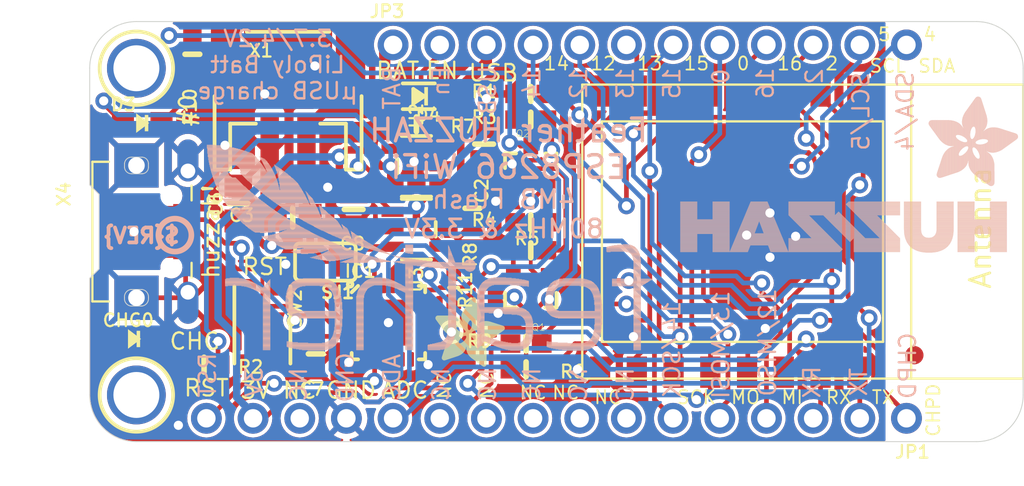
<source format=kicad_pcb>
(kicad_pcb (version 20221018) (generator pcbnew)
  (layers (0 "F.Cu" signal) (31 "B.Cu" signal) (34 "B.Paste" user) (35 "F.Paste" user) (36 "B.SilkS" user "B.Silkscreen") (37 "F.SilkS" user "F.Silkscreen") (38 "B.Mask" user) (39 "F.Mask" user) (44 "Edge.Cuts" user))
  (net 0 "")
  (net 1 "GND")
  (net 2 "VBUS")
  (net 3 "VBAT")
  (net 4 "N$1")
  (net 5 "N$3")
  (net 6 "N$4")
  (net 7 "3.3V")
  (net 8 "RESET")
  (net 9 "ADC")
  (net 10 "CH_PD")
  (net 11 "GPIO16")
  (net 12 "GPIO15")
  (net 13 "GPIO0")
  (net 14 "RXD")
  (net 15 "TXD")
  (net 16 "N$5")
  (net 17 "N$2")
  (net 18 "N$6")
  (net 19 "RTS")
  (net 20 "DTR")
  (net 21 "N$12")
  (net 22 "N$13")
  (net 23 "EN")
  (net 24 "GPIO5/SCL")
  (net 25 "GPIO4/SDA")
  (net 26 "GPIO2")
  (net 27 "GPIO14/SCK")
  (net 28 "GPIO13/MOSI")
  (net 29 "GPIO12/MISO")
  (net 30 "USB_RX")
  (net 31 "N$7")
  (net 32 "N$8")
  (footprint "working:BTN_KMR2_4.6X2.8" (layer "F.Cu") (at 132.4991 110.0836 -90)
    (fp_text reference "SW2")
    (fp_text value "KMR2")
  )
  (footprint "working:0603-NO" (layer "F.Cu") (at 143.9291 103.7336 -90)
    (fp_text reference "R8")
    (fp_text value "10K\\")
  )
  (footprint "working:ADAFRUIT_3.5MM" (layer "F.Cu") (at 141.8971 112.3696)
    (fp_text reference "U$15" hide)
    (fp_text value "" hide)
  )
  (footprint "working:MOUNTINGHOLE_2.5_PLATED" (layer "F.Cu") (at 125.6411 96.1136 -90)
    (fp_text reference "U$31" hide)
    (fp_text value "MOUNTINGHOLE2.5" hide)
  )
  (footprint "working:SOT23-5" (layer "F.Cu") (at 140.8811 101.4476 90)
    (fp_text reference "U2")
    (fp_text value "AP2112-3.3")
  )
  (footprint "working:SOT23-3" (layer "F.Cu") (at 147.1041 101.4476)
    (fp_text reference "Q2")
    (fp_text value "mmbt2222")
  )
  (footprint "working:SOT23-3" (layer "F.Cu") (at 147.1041 108.4326 180)
    (fp_text reference "Q1")
    (fp_text value "mmbt2222")
  )
  (footprint "working:0805-NO" (layer "F.Cu") (at 137.4671 103.7936 -90)
    (fp_text reference "C8")
    (fp_text value "10µF")
  )
  (footprint "working:0603-NO" (layer "F.Cu") (at 147.1041 98.9076 180)
    (fp_text reference "R3")
    (fp_text value "10K")
  )
  (footprint "working:0603-NO" (layer "F.Cu") (at 147.1041 97.5106 180)
    (fp_text reference "R1")
    (fp_text value "10K")
  )
  (footprint "working:FIDUCIAL_1MM" (layer "F.Cu") (at 133.8961 96.3676 -90)
    (fp_text reference "U$34" hide)
    (fp_text value "FIDUCIAL_1MM" hide)
  )
  (footprint "working:4UCONN_20329_V2" (layer "F.Cu") (at 127.5461 105.0036 -90)
    (fp_text reference "X4")
    (fp_text value "20329")
    (fp_line (start -4.05 2.15) (end -4.05 1.6) (stroke (width 0.05)) (layer "Edge.Cuts"))
    (fp_line (start -3.7 1.25) (end -3.5 1.25) (stroke (width 0.05)) (layer "Edge.Cuts"))
    (fp_line (start -3.5 2.55) (end -3.7 2.55) (stroke (width 0.05)) (layer "Edge.Cuts"))
    (fp_line (start -3.15 1.6) (end -3.15 2.15) (stroke (width 0.05)) (layer "Edge.Cuts"))
    (fp_line (start 3.15 2.2) (end 3.15 1.6) (stroke (width 0.05)) (layer "Edge.Cuts"))
    (fp_line (start 4.05 1.6) (end 4.05 2.2) (stroke (width 0.05)) (layer "Edge.Cuts"))
    (fp_arc (start -4.05 1.6) (mid -3.947487 1.352513) (end -3.7 1.25) (stroke (width 0.05)) (layer "Edge.Cuts"))
    (fp_arc (start -3.7 2.55) (mid -3.957843 2.422487) (end -4.05 2.15) (stroke (width 0.05)) (layer "Edge.Cuts"))
    (fp_arc (start -3.5 1.25) (mid -3.252513 1.352513) (end -3.15 1.6) (stroke (width 0.05)) (layer "Edge.Cuts"))
    (fp_arc (start -3.15 2.15) (mid -3.242157 2.422487) (end -3.5 2.55) (stroke (width 0.05)) (layer "Edge.Cuts"))
    (fp_arc (start 3.15 1.6) (mid 3.302513 1.331802) (end 3.6 1.25) (stroke (width 0.05)) (layer "Edge.Cuts"))
    (fp_arc (start 3.6 1.25) (mid 3.897487 1.331802) (end 4.05 1.6) (stroke (width 0.05)) (layer "Edge.Cuts"))
    (fp_arc (start 3.6 2.55) (mid 3.302513 2.468198) (end 3.15 2.2) (stroke (width 0.05)) (layer "Edge.Cuts"))
    (fp_arc (start 4.05 2.2) (mid 3.897487 2.468198) (end 3.6 2.55) (stroke (width 0.05)) (layer "Edge.Cuts"))
  )
  (footprint "working:SOLDERJUMPER_CLOSEDWIRE" (layer "F.Cu") (at 135.9281 106.6546 180)
    (fp_text reference "SJ1")
    (fp_text value "")
  )
  (footprint "working:0603-NO" (layer "F.Cu") (at 128.6891 95.3516 -90)
    (fp_text reference "R10")
    (fp_text value "1K")
  )
  (footprint "working:CHIPLED_0805_NOOUTLINE" (layer "F.Cu") (at 125.5141 110.8456 -90)
    (fp_text reference "CHG0")
    (fp_text value "ORANGE")
  )
  (footprint "working:0805-NO" (layer "F.Cu") (at 131.1891 103.4746 90)
    (fp_text reference "C6")
    (fp_text value "10µF")
  )
  (footprint "" (layer "F.Cu") (at 171.3611 95.4786)
    (fp_text reference "@HOLE1" hide)
    (fp_text value "")
  )
  (footprint "working:FIDUCIAL_1MM" (layer "F.Cu") (at 167.9793 111.7276 -90)
    (fp_text reference "U$35" hide)
    (fp_text value "FIDUCIAL_1MM" hide)
  )
  (footprint "working:CHIPLED_0805_NOOUTLINE" (layer "F.Cu") (at 125.9586 99.0981 -90)
    (fp_text reference "D3")
    (fp_text value "RED")
  )
  (footprint "working:0603-NO" (layer "F.Cu") (at 147.1041 106.0196)
    (fp_text reference "R5")
    (fp_text value "10K")
  )
  (footprint "working:1X16_ROUND" (layer "F.Cu") (at 148.5011 115.1636 180)
    (fp_text reference "JP1")
    (fp_text value "")
  )
  (footprint "" (layer "F.Cu") (at 171.3611 114.5921)
    (fp_text reference "@HOLE0" hide)
    (fp_text value "")
  )
  (footprint "working:_0603MP" (layer "F.Cu") (at 142.9131 108.0516 -90)
    (fp_text reference "R11")
    (fp_text value "1K")
  )
  (footprint "working:0603-NO" (layer "F.Cu") (at 140.8811 99.1616)
    (fp_text reference "R7")
    (fp_text value "10K")
  )
  (footprint "working:0603-NO" (layer "F.Cu") (at 147.1041 104.4956 180)
    (fp_text reference "R4")
    (fp_text value "10K")
  )
  (footprint "working:0603-NO" (layer "F.Cu") (at 129.3241 112.2426)
    (fp_text reference "R2")
    (fp_text value "1K")
  )
  (footprint "working:MOUNTINGHOLE_2.5_PLATED" (layer "F.Cu") (at 125.6411 113.8936 -90)
    (fp_text reference "U$32" hide)
    (fp_text value "MOUNTINGHOLE2.5" hide)
  )
  (footprint "working:SOT23-5" (layer "F.Cu") (at 140.8811 104.8766 -90)
    (fp_text reference "U3")
    (fp_text value "MCP73831T-2ACI/OT")
  )
  (footprint "working:QFN24_4MM_SMSC" (layer "F.Cu") (at 139.3571 109.9566)
    (fp_text reference "IC1")
    (fp_text value "CP2104")
  )
  (footprint "working:1X12_ROUND" (layer "F.Cu") (at 153.5811 94.8436)
    (fp_text reference "JP3")
    (fp_text value "")
  )
  (footprint "working:SOD-123" (layer "F.Cu") (at 141.0081 97.6376 180)
    (fp_text reference "D4")
    (fp_text value "MBR120")
  )
  (footprint "working:0603-NO" (layer "F.Cu") (at 135.4031 111.6586 -90)
    (fp_text reference "C7")
    (fp_text value "1uF")
  )
  (footprint "working:0603-NO" (layer "F.Cu") (at 146.8501 112.4966)
    (fp_text reference "R6")
    (fp_text value "4.7K")
  )
  (footprint "working:JSTPH2" (layer "F.Cu") (at 133.8961 97.1296)
    (fp_text reference "X1")
    (fp_text value "JSTPH")
  )
  (footprint "working:0805-NO" (layer "F.Cu") (at 134.1501 104.2416 180)
    (fp_text reference "C3")
    (fp_text value "10µF")
  )
  (footprint "working:ESP-12S" (layer "F.Cu") (at 159.1056 105.0036 -90)
    (fp_text reference "X2" hide)
    (fp_text value "ESP-12" hide)
  )
  (footprint "working:0603-NO" (layer "F.Cu") (at 146.8501 111.0996 180)
    (fp_text reference "R9")
    (fp_text value "10K")
  )
  (footprint "working:0805-NO" (layer "F.Cu") (at 144.5641 100.2411 -90)
    (fp_text reference "C2")
    (fp_text value "10uF")
  )
  (footprint "working:PCBFEAT-REV-040" (layer "B.Cu") (at 127.7366 105.1941 180)
    (fp_text reference "U$13" hide)
    (fp_text value "" hide)
  )
  (footprint "working:HUZZAHLOGO" (layer "B.Cu") (at 173.0121 106.1466 180)
    (fp_text reference "U$23" hide)
    (fp_text value "" hide)
  )
  (footprint "working:ADAFRUIT_5MM" (layer "B.Cu") (at 168.7576 102.5271 90)
    (fp_text reference "U$7" hide)
    (fp_text value "" hide)
  )
  (footprint "working:FEATHERLOGO" (layer "B.Cu") (at 153.7716 111.5441 180)
    (fp_text reference "U$9" hide)
    (fp_text value "" hide)
  )
  (gr_line (start 171.3611 93.5736) (end 125.6411 93.5736) (stroke (width 0.05)) (layer "Edge.Cuts"))
  (gr_line (start 123.1011 96.1136) (end 123.1011 102.4636) (stroke (width 0.05)) (layer "Edge.Cuts"))
  (gr_arc (start 173.9011 113.8936) (mid 173.157151 115.689651) (end 171.3611 116.4336) (stroke (width 0.05)) (layer "Edge.Cuts"))
  (gr_arc (start 125.6411 116.4336) (mid 123.845049 115.689651) (end 123.1011 113.8936) (stroke (width 0.05)) (layer "Edge.Cuts"))
  (gr_line (start 173.9011 113.8936) (end 173.9011 96.1136) (stroke (width 0.05)) (layer "Edge.Cuts"))
  (gr_line (start 123.1011 107.5436) (end 123.1011 113.8936) (stroke (width 0.05)) (layer "Edge.Cuts"))
  (gr_line (start 123.6091 102.9716) (end 123.6091 107.0356) (stroke (width 0.05)) (layer "Edge.Cuts"))
  (gr_line (start 125.6411 116.4336) (end 171.3611 116.4336) (stroke (width 0.05)) (layer "Edge.Cuts"))
  (gr_line (start 123.6091 107.0356) (end 123.1011 107.5436) (stroke (width 0.05)) (layer "Edge.Cuts"))
  (gr_arc (start 171.3611 93.5736) (mid 173.157151 94.317549) (end 173.9011 96.1136) (stroke (width 0.05)) (layer "Edge.Cuts"))
  (gr_line (start 123.1011 102.4636) (end 123.6091 102.9716) (stroke (width 0.05)) (layer "Edge.Cuts"))
  (gr_arc (start 123.1011 96.1136) (mid 123.845049 94.317549) (end 125.6411 93.5736) (stroke (width 0.05)) (layer "Edge.Cuts"))
  (gr_text "13/MOSI" (at 157.4546 111.1631 -270) (layer "B.SilkS") (effects (font (size 0.89408 0.89408) (thickness 0.12192)) (justify mirror)))
  (gr_text "En" (at 142.2146 96.8121 -270) (layer "B.SilkS") (effects (font (size 0.89408 0.89408) (thickness 0.12192)) (justify mirror)))
  (gr_text "Feather HUZZAH\nESP8266 WiFi" (at 145.8976 100.4951) (layer "B.SilkS") (effects (font (size 1.237488 1.237488) (thickness 0.184912)) (justify mirror)))
  (gr_text "13" (at 152.2476 96.9391 -270) (layer "B.SilkS") (effects (font (size 0.89408 0.89408) (thickness 0.12192)) (justify mirror)))
  (gr_text "GND" (at 137.0076 112.9411 -270) (layer "B.SilkS") (effects (font (size 0.89408 0.89408) (thickness 0.12192)) (justify mirror)))
  (gr_text "4MB Flash\n80MHz & 3.3V" (at 145.6436 104.0511) (layer "B.SilkS") (effects (font (size 0.99441 0.99441) (thickness 0.14859)) (justify mirror)))
  (gr_text "3.7/4.2V\nLiPoly Batt\nµUSB charge" (at 133.3246 95.9231) (layer "B.SilkS") (effects (font (size 0.88392 0.88392) (thickness 0.13208)) (justify mirror)))
  (gr_text "BAT" (at 139.5476 97.1931 -270) (layer "B.SilkS") (effects (font (size 0.89408 0.89408) (thickness 0.12192)) (justify mirror)))
  (gr_text "NC" (at 144.7546 113.3221 -270) (layer "B.SilkS") (effects (font (size 0.89408 0.89408) (thickness 0.12192)) (justify mirror)))
  (gr_text "NC" (at 149.7076 113.3221 -270) (layer "B.SilkS") (effects (font (size 0.89408 0.89408) (thickness 0.12192)) (justify mirror)))
  (gr_text "RST" (at 129.5146 112.8141 -270) (layer "B.SilkS") (effects (font (size 0.89408 0.89408) (thickness 0.12192)) (justify mirror)))
  (gr_text "NC" (at 142.2146 113.3221 -270) (layer "B.SilkS") (effects (font (size 0.89408 0.89408) (thickness 0.12192)) (justify mirror)))
  (gr_text "RX" (at 162.4076 113.1951 -270) (layer "B.SilkS") (effects (font (size 0.89408 0.89408) (thickness 0.12192)) (justify mirror)))
  (gr_text "12" (at 149.7076 96.9391 -270) (layer "B.SilkS") (effects (font (size 0.89408 0.89408) (thickness 0.12192)) (justify mirror)))
  (gr_text "NC" (at 147.1676 113.3221 -270) (layer "B.SilkS") (effects (font (size 0.89408 0.89408) (thickness 0.12192)) (justify mirror)))
  (gr_text "14/SCK" (at 154.7876 111.4171 -270) (layer "B.SilkS") (effects (font (size 0.89408 0.89408) (thickness 0.12192)) (justify mirror)))
  (gr_text "15" (at 154.7876 96.9391 -270) (layer "B.SilkS") (effects (font (size 0.89408 0.89408) (thickness 0.12192)) (justify mirror)))
  (gr_text "CHPD" (at 167.6146 112.3061 -270) (layer "B.SilkS") (effects (font (size 0.89408 0.89408) (thickness 0.12192)) (justify mirror)))
  (gr_text "ADC" (at 139.5476 112.9411 -270) (layer "B.SilkS") (effects (font (size 0.89408 0.89408) (thickness 0.12192)) (justify mirror)))
  (gr_text "2" (at 162.5346 96.5581 -270) (layer "B.SilkS") (effects (font (size 0.89408 0.89408) (thickness 0.12192)) (justify mirror)))
  (gr_text "SDA/4" (at 167.4876 98.4631 -270) (layer "B.SilkS") (effects (font (size 0.89408 0.89408) (thickness 0.12192)) (justify mirror)))
  (gr_text "3V" (at 132.0546 113.1951 -270) (layer "B.SilkS") (effects (font (size 0.89408 0.89408) (thickness 0.12192)) (justify mirror)))
  (gr_text "0" (at 157.4546 96.5581 -270) (layer "B.SilkS") (effects (font (size 0.89408 0.89408) (thickness 0.12192)) (justify mirror)))
  (gr_text "NC" (at 152.2476 113.3221 -270) (layer "B.SilkS") (effects (font (size 0.89408 0.89408) (thickness 0.12192)) (justify mirror)))
  (gr_text "14" (at 147.1676 96.9391 -270) (layer "B.SilkS") (effects (font (size 0.89408 0.89408) (thickness 0.12192)) (justify mirror)))
  (gr_text "TX" (at 164.9476 113.1951 -270) (layer "B.SilkS") (effects (font (size 0.89408 0.89408) (thickness 0.12192)) (justify mirror)))
  (gr_text "NC" (at 134.4676 113.3221 -270) (layer "B.SilkS") (effects (font (size 0.89408 0.89408) (thickness 0.12192)) (justify mirror)))
  (gr_text "SCL/5" (at 165.0746 98.4631 -270) (layer "B.SilkS") (effects (font (size 0.89408 0.89408) (thickness 0.12192)) (justify mirror)))
  (gr_text "USB" (at 144.7546 97.3201 -270) (layer "B.SilkS") (effects (font (size 0.89408 0.89408) (thickness 0.12192)) (justify mirror)))
  (gr_text "16" (at 159.8676 96.9391 -270) (layer "B.SilkS") (effects (font (size 0.89408 0.89408) (thickness 0.12192)) (justify mirror)))
  (gr_text "12/MISO" (at 159.9946 111.0361 -270) (layer "B.SilkS") (effects (font (size 0.89408 0.89408) (thickness 0.12192)) (justify mirror)))
  (gr_text "RST" (at 132.6261 106.9086) (layer "F.SilkS") (effects (font (size 0.89408 0.89408) (thickness 0.12192))))
  (gr_text "NC" (at 151.2951 114.0206) (layer "F.SilkS") (effects (font (size 0.715264 0.715264) (thickness 0.097536))))
  (gr_text "NC" (at 142.4051 113.3856 90) (layer "F.SilkS") (effects (font (size 0.715264 0.715264) (thickness 0.097536))))
  (gr_text "MO" (at 158.7881 114.0206) (layer "F.SilkS") (effects (font (size 0.715264 0.715264) (thickness 0.097536))))
  (gr_text "SDA" (at 169.2021 95.9866) (layer "F.SilkS") (effects (font (size 0.715264 0.715264) (thickness 0.097536))))
  (gr_text "4" (at 168.8211 94.2721) (layer "F.SilkS") (effects (font (size 0.715264 0.715264) (thickness 0.097536))))
  (gr_text "CHPD" (at 169.0116 114.7191 90) (layer "F.SilkS") (effects (font (size 0.715264 0.715264) (thickness 0.097536))))
  (gr_text "NC" (at 149.0091 113.7666) (layer "F.SilkS") (effects (font (size 0.715264 0.715264) (thickness 0.097536))))
  (gr_text "huzzah!" (at 129.7051 105.0036 90) (layer "F.SilkS") (effects (font (size 0.89408 0.89408) (thickness 0.12192))))
  (gr_text "NC" (at 134.5311 113.6396) (layer "F.SilkS") (effects (font (size 0.89408 0.89408) (thickness 0.12192))))
  (gr_text "TX" (at 166.2811 114.0206) (layer "F.SilkS") (effects (font (size 0.715264 0.715264) (thickness 0.097536))))
  (gr_text "MI" (at 161.3281 114.0206) (layer "F.SilkS") (effects (font (size 0.715264 0.715264) (thickness 0.097536))))
  (gr_text "2" (at 163.4871 95.8596) (layer "F.SilkS") (effects (font (size 0.715264 0.715264) (thickness 0.097536))))
  (gr_text "NC" (at 147.2311 113.7666) (layer "F.SilkS") (effects (font (size 0.715264 0.715264) (thickness 0.097536))))
  (gr_text "5" (at 166.3446 94.2721) (layer "F.SilkS") (effects (font (size 0.715264 0.715264) (thickness 0.097536))))
  (gr_text "SCK" (at 156.1211 114.0206) (layer "F.SilkS") (effects (font (size 0.715264 0.715264) (thickness 0.097536))))
  (gr_text "#0" (at 128.4351 98.3996 90) (layer "F.SilkS") (effects (font (size 0.89408 0.89408) (thickness 0.12192))))
  (gr_text "15" (at 156.1211 95.8596) (layer "F.SilkS") (effects (font (size 0.715264 0.715264) (thickness 0.097536))))
  (gr_text "0" (at 158.6611 95.8596) (layer "F.SilkS") (effects (font (size 0.715264 0.715264) (thickness 0.097536))))
  (gr_text "NC" (at 144.6911 113.3856 90) (layer "F.SilkS") (effects (font (size 0.715264 0.715264) (thickness 0.097536))))
  (gr_text "12" (at 151.0411 95.8596) (layer "F.SilkS") (effects (font (size 0.715264 0.715264) (thickness 0.097536))))
  (gr_text "RX" (at 163.8681 114.0206) (layer "F.SilkS") (effects (font (size 0.715264 0.715264) (thickness 0.097536))))
  (gr_text "RST" (at 129.4511 113.5126) (layer "F.SilkS") (effects (font (size 0.89408 0.89408) (thickness 0.12192))))
  (gr_text "13" (at 153.5811 95.8596) (layer "F.SilkS") (effects (font (size 0.715264 0.715264) (thickness 0.097536))))
  (gr_text "USB" (at 145.0721 96.3676) (layer "F.SilkS") (effects (font (size 0.89408 0.89408) (thickness 0.12192))))
  (gr_text "CHG" (at 128.8161 110.9726) (layer "F.SilkS") (effects (font (size 0.89408 0.89408) (thickness 0.12192))))
  (gr_text "SCL" (at 166.5351 95.9866) (layer "F.SilkS") (effects (font (size 0.715264 0.715264) (thickness 0.097536))))
  (gr_text "GND" (at 137.3251 113.6396) (layer "F.SilkS") (effects (font (size 0.89408 0.89408) (thickness 0.12192))))
  (gr_text "EN" (at 142.2781 96.2406) (layer "F.SilkS") (effects (font (size 0.89408 0.89408) (thickness 0.12192))))
  (gr_text "BAT" (at 139.8651 96.2406) (layer "F.SilkS") (effects (font (size 0.89408 0.89408) (thickness 0.12192))))
  (gr_text "ADC" (at 140.2461 113.6396) (layer "F.SilkS") (effects (font (size 0.89408 0.89408) (thickness 0.12192))))
  (gr_text "16" (at 161.2011 95.8596) (layer "F.SilkS") (effects (font (size 0.715264 0.715264) (thickness 0.097536))))
  (gr_text "14" (at 148.5011 95.8596) (layer "F.SilkS") (effects (font (size 0.715264 0.715264) (thickness 0.097536))))
  (gr_text "3V" (at 132.1181 113.6396) (layer "F.SilkS") (effects (font (size 0.89408 0.89408) (thickness 0.12192))))
  (segment (start 136.9441 105.0036) (end 137.3251 105.0036) (width 0.254) (layer "F.Cu") (net 1))
  (segment (start 124.6961 101.4036) (end 125.6461 101.4036) (width 0.254) (layer "F.Cu") (net 1))
  (segment (start 125.6461 108.6036) (end 128.1461 108.6036) (width 0.254) (layer "F.Cu") (net 1))
  (segment (start 132.8961 103.9376) (end 132.8961 100.8296) (width 0.6096) (layer "F.Cu") (net 1))
  (segment (start 139.1031 109.2066) (end 139.1031 109.7026) (width 0.254) (layer "F.Cu") (net 1))
  (segment (start 128.3211 106.3036) (end 128.3211 108.1786) (width 0.254) (layer "F.Cu") (net 1))
  (segment (start 126.0961 106.3036) (end 125.5461 105.7536) (width 0.254) (layer "F.Cu") (net 1))
  (segment (start 137.4671 104.8616) (end 137.3251 105.0036) (width 0.4064) (layer "F.Cu") (net 1))
  (segment (start 137.4671 104.7436) (end 137.4671 104.8616) (width 0.4064) (layer "F.Cu") (net 1))
  (segment (start 134.4361 112.5086) (end 135.4031 112.5086) (width 0.254) (layer "F.Cu") (net 1))
  (segment (start 128.3211 106.3036) (end 126.0961 106.3036) (width 0.254) (layer "F.Cu") (net 1))
  (segment (start 139.1031 109.2066) (end 137.3571 109.2066) (width 0.254) (layer "F.Cu") (net 1))
  (segment (start 139.1031 109.7026) (end 139.3571 109.9566) (width 0.254) (layer "F.Cu") (net 1))
  (segment (start 128.3211 108.1786) (end 128.4461 108.3036) (width 0.254) (layer "F.Cu") (net 1))
  (segment (start 128.1461 108.6036) (end 128.4461 108.3036) (width 0.254) (layer "F.Cu") (net 1))
  (segment (start 133.2001 104.2416) (end 132.8961 103.9376) (width 0.6096) (layer "F.Cu") (net 1))
  (via (at 130.4671 100.3046) (size 0.9064) (drill 0.5) (layers "F.Cu" "B.Cu") (net 1))
  (via (at 160.1216 106.4006) (size 0.9064) (drill 0.5) (layers "F.Cu" "B.Cu") (net 1))
  (via (at 141.5161 112.2426) (size 0.9064) (drill 0.5) (layers "F.Cu" "B.Cu") (net 1))
  (via (at 149.6441 112.4966) (size 0.9064) (drill 0.5) (layers "F.Cu" "B.Cu") (net 1))
  (via (at 152.6921 110.7186) (size 0.9064) (drill 0.5) (layers "F.Cu" "B.Cu") (net 1))
  (via (at 145.1991 103.3526) (size 0.9064) (drill 0.5) (layers "F.Cu" "B.Cu") (net 1))
  (via (at 139.3571 109.9566) (size 0.9064) (drill 0.5) (layers "F.Cu" "B.Cu") (net 1))
  (via (at 135.3566 95.9866) (size 0.9064) (drill 0.5) (layers "F.Cu" "B.Cu") (net 1))
  (via (at 137.1981 112.1156) (size 0.9064) (drill 0.5) (layers "F.Cu" "B.Cu") (net 1))
  (via (at 161.5186 105.2576) (size 0.9064) (drill 0.5) (layers "F.Cu" "B.Cu") (net 1))
  (via (at 136.0551 102.5906) (size 0.9064) (drill 0.5) (layers "F.Cu" "B.Cu") (net 1))
  (via (at 127.9271 115.5446) (size 0.9064) (drill 0.5) (layers "F.Cu" "B.Cu") (net 1))
  (via (at 158.8516 105.1941) (size 0.9064) (drill 0.5) (layers "F.Cu" "B.Cu") (net 1))
  (via (at 159.8676 110.2741) (size 0.9064) (drill 0.5) (layers "F.Cu" "B.Cu") (net 1))
  (via (at 146.0881 101.3206) (size 0.9064) (drill 0.5) (layers "F.Cu" "B.Cu") (net 1))
  (via (at 160.1216 103.9876) (size 0.9064) (drill 0.5) (layers "F.Cu" "B.Cu") (net 1))
  (via (at 125.5141 105.0036) (size 0.9064) (drill 0.5) (layers "F.Cu" "B.Cu") (net 1))
  (via (at 145.3261 109.4486) (size 0.9064) (drill 0.5) (layers "F.Cu" "B.Cu") (net 1))
  (via (at 133.7691 106.7816) (size 0.9064) (drill 0.5) (layers "F.Cu" "B.Cu") (net 1))
  (via (at 140.7541 101.1936) (size 0.9064) (drill 0.5) (layers "F.Cu" "B.Cu") (net 1))
  (via (at 132.6261 97.5106) (size 0.9064) (drill 0.5) (layers "F.Cu" "B.Cu") (net 1))
  (segment (start 124.1171 103.4796) (end 124.3711 103.2256) (width 0.254) (layer "F.Cu") (net 2))
  (segment (start 144.6911 95.8046) (end 144.6911 94.8436) (width 0.6096) (layer "F.Cu") (net 2))
  (segment (start 140.8811 104.3995) (end 142.1812 105.6996) (width 0.4064) (layer "F.Cu") (net 2))
  (segment (start 141.7311 99.1616) (end 142.8581 98.0346) (width 0.6096) (layer "F.Cu") (net 2))
  (segment (start 142.4051 99.1616) (end 141.7311 99.1616) (width 0.4064) (layer "F.Cu") (net 2))
  (segment (start 131.2851 104.4246) (end 132.6261 105.7656) (width 0.4064) (layer "F.Cu") (net 2))
  (segment (start 140.8811 103.6066) (end 142.0901 102.3976) (width 0.4064) (layer "F.Cu") (net 2))
  (segment (start 138.6071 113.1436) (end 138.5951 113.1316) (width 0.254) (layer "F.Cu") (net 2))
  (segment (start 132.6261 105.7656) (end 133.0071 105.7656) (width 0.4064) (layer "F.Cu") (net 2))
  (segment (start 130.6501 104.4246) (end 131.1891 104.4246) (width 0.4064) (layer "F.Cu") (net 2))
  (segment (start 143.2941 101.8286) (end 142.7251 102.3976) (width 0.4064) (layer "F.Cu") (net 2))
  (segment (start 128.3211 103.7036) (end 129.9291 103.7036) (width 0.4064) (layer "F.Cu") (net 2))
  (segment (start 138.1071 111.9566) (end 138.6071 111.9566) (width 0.254) (layer "F.Cu") (net 2))
  (segment (start 143.2941 100.0506) (end 142.4051 99.1616) (width 0.4064) (layer "F.Cu") (net 2))
  (segment (start 138.6071 111.9566) (end 138.6071 113.1436) (width 0.254) (layer "F.Cu") (net 2))
  (segment (start 142.1812 105.6996) (end 142.1812 105.8266) (width 0.4064) (layer "F.Cu") (net 2))
  (segment (start 142.8581 98.0346) (end 142.8581 97.6376) (width 0.6096) (layer "F.Cu") (net 2))
  (segment (start 128.2911 103.7336) (end 128.3211 103.7036) (width 0.254) (layer "F.Cu") (net 2))
  (segment (start 124.4641 110.8456) (end 124.2441 110.8456) (width 0.254) (layer "F.Cu") (net 2))
  (segment (start 140.8811 104.3995) (end 140.8811 103.6066) (width 0.4064) (layer "F.Cu") (net 2))
  (segment (start 124.1171 107.1626) (end 124.1171 103.4796) (width 0.254) (layer "F.Cu") (net 2))
  (segment (start 142.0901 102.3976) (end 142.1812 102.3976) (width 0.4064) (layer "F.Cu") (net 2))
  (segment (start 142.7251 102.3976) (end 142.1812 102.3976) (width 0.4064) (layer "F.Cu") (net 2))
  (segment (start 124.2441 110.8456) (end 123.6091 110.2106) (width 0.254) (layer "F.Cu") (net 2))
  (segment (start 124.3711 103.2256) (end 126.6571 103.2256) (width 0.254) (layer "F.Cu") (net 2))
  (segment (start 126.6571 103.2256) (end 127.1651 103.7336) (width 0.254) (layer "F.Cu") (net 2))
  (segment (start 129.9291 103.7036) (end 130.6501 104.4246) (width 0.4064) (layer "F.Cu") (net 2))
  (segment (start 123.6091 110.2106) (end 123.6091 107.6706) (width 0.254) (layer "F.Cu") (net 2))
  (segment (start 143.2941 101.8286) (end 143.2941 100.0506) (width 0.4064) (layer "F.Cu") (net 2))
  (segment (start 127.1651 103.7336) (end 128.2911 103.7336) (width 0.254) (layer "F.Cu") (net 2))
  (segment (start 142.8581 97.6376) (end 144.6911 95.8046) (width 0.6096) (layer "F.Cu") (net 2))
  (segment (start 131.1891 104.4246) (end 131.2851 104.4246) (width 0.4064) (layer "F.Cu") (net 2))
  (segment (start 123.6091 107.6706) (end 124.1171 107.1626) (width 0.254) (layer "F.Cu") (net 2))
  (via (at 140.8811 103.6066) (size 0.9064) (drill 0.5) (layers "F.Cu" "B.Cu") (net 2))
  (via (at 133.0071 105.7656) (size 0.9064) (drill 0.5) (layers "F.Cu" "B.Cu") (net 2))
  (via (at 138.5951 113.1316) (size 0.9064) (drill 0.5) (layers "F.Cu" "B.Cu") (net 2))
  (segment (start 133.6421 103.8606) (end 133.0071 104.4956) (width 0.4064) (layer "B.Cu") (net 2))
  (segment (start 136.9441 113.1316) (end 136.3091 112.4966) (width 0.4064) (layer "B.Cu") (net 2))
  (segment (start 140.8811 103.8606) (end 140.8811 103.6066) (width 0.254) (layer "B.Cu") (net 2))
  (segment (start 136.3091 106.5276) (end 135.5471 105.7656) (width 0.4064) (layer "B.Cu") (net 2))
  (segment (start 135.5471 105.7656) (end 133.0071 105.7656) (width 0.4064) (layer "B.Cu") (net 2))
  (segment (start 133.0071 104.4956) (end 133.0071 105.7656) (width 0.4064) (layer "B.Cu") (net 2))
  (segment (start 133.6421 103.8606) (end 140.8811 103.8606) (width 0.4064) (layer "B.Cu") (net 2))
  (segment (start 136.3091 112.4966) (end 136.3091 106.5276) (width 0.4064) (layer "B.Cu") (net 2))
  (segment (start 138.5951 113.1316) (end 136.9441 113.1316) (width 0.4064) (layer "B.Cu") (net 2))
  (segment (start 139.1581 95.2966) (end 139.1581 97.6376) (width 0.6096) (layer "F.Cu") (net 3))
  (segment (start 134.8961 104.0376) (end 135.1001 104.2416) (width 0.4064) (layer "F.Cu") (net 3))
  (segment (start 138.1421 98.5266) (end 139.0311 97.6376) (width 0.6096) (layer "F.Cu") (net 3))
  (segment (start 134.8961 100.8296) (end 135.0396 100.6861) (width 0.4064) (layer "F.Cu") (net 3))
  (segment (start 134.8961 104.0376) (end 134.8961 100.8296) (width 0.4064) (layer "F.Cu") (net 3))
  (segment (start 135.1001 104.2416) (end 135.1001 106.5886) (width 0.4064) (layer "F.Cu") (net 3))
  (segment (start 139.0311 97.6376) (end 139.1581 97.6376) (width 0.6096) (layer "F.Cu") (net 3))
  (segment (start 135.8011 98.5266) (end 138.1421 98.5266) (width 0.6096) (layer "F.Cu") (net 3))
  (segment (start 135.0396 100.6861) (end 135.0396 100.4321) (width 0.4064) (layer "F.Cu") (net 3))
  (segment (start 134.7851 99.5426) (end 134.7851 100.1776) (width 0.4064) (layer "F.Cu") (net 3))
  (segment (start 139.6111 94.8436) (end 139.1581 95.2966) (width 0.6096) (layer "F.Cu") (net 3))
  (segment (start 134.7851 99.5426) (end 135.8011 98.5266) (width 0.6096) (layer "F.Cu") (net 3))
  (segment (start 134.7851 100.1776) (end 135.0396 100.4321) (width 0.254) (layer "F.Cu") (net 3))
  (segment (start 135.1001 106.5886) (end 135.1661 106.6546) (width 0.4064) (layer "F.Cu") (net 3))
  (segment (start 126.5641 110.8456) (end 127.0771 110.8456) (width 0.254) (layer "F.Cu") (net 4))
  (segment (start 127.0771 110.8456) (end 128.4741 112.2426) (width 0.254) (layer "F.Cu") (net 4))
  (segment (start 138.5951 102.9716) (end 138.5951 101.9556) (width 0.254) (layer "F.Cu") (net 5))
  (segment (start 139.5501 103.9266) (end 139.581 103.9266) (width 0.254) (layer "F.Cu") (net 5))
  (segment (start 138.5951 101.9556) (end 138.0871 101.4476) (width 0.254) (layer "F.Cu") (net 5))
  (segment (start 138.5951 102.9716) (end 139.5501 103.9266) (width 0.254) (layer "F.Cu") (net 5))
  (segment (start 138.0871 101.4476) (end 137.7061 101.4476) (width 0.254) (layer "F.Cu") (net 5))
  (segment (start 130.0861 112.1546) (end 130.0861 110.9726) (width 0.254) (layer "F.Cu") (net 5))
  (segment (start 130.1741 112.2426) (end 130.0861 112.1546) (width 0.254) (layer "F.Cu") (net 5))
  (via (at 137.7061 101.4476) (size 0.9064) (drill 0.5) (layers "F.Cu" "B.Cu") (net 5))
  (via (at 130.0861 110.9726) (size 0.9064) (drill 0.5) (layers "F.Cu" "B.Cu") (net 5))
  (segment (start 137.7061 100.5586) (end 137.7061 101.4476) (width 0.254) (layer "B.Cu") (net 5))
  (segment (start 137.1981 100.0506) (end 137.7061 100.5586) (width 0.254) (layer "B.Cu") (net 5))
  (segment (start 129.4511 110.3376) (end 130.0861 110.9726) (width 0.254) (layer "B.Cu") (net 5))
  (segment (start 132.2451 100.0506) (end 129.4511 102.8446) (width 0.254) (layer "B.Cu") (net 5))
  (segment (start 137.1981 100.0506) (end 132.2451 100.0506) (width 0.254) (layer "B.Cu") (net 5))
  (segment (start 129.4511 102.8446) (end 129.4511 110.3376) (width 0.254) (layer "B.Cu") (net 5))
  (segment (start 143.2242 102.8836) (end 142.1812 103.9266) (width 0.254) (layer "F.Cu") (net 6))
  (segment (start 143.9291 102.8836) (end 143.2242 102.8836) (width 0.254) (layer "F.Cu") (net 6))
  (segment (start 124.9086 99.0981) (end 123.8631 98.0526) (width 0.254) (layer "F.Cu") (net 7))
  (segment (start 138.0871 100.5586) (end 138.9761 101.4476) (width 0.4064) (layer "F.Cu") (net 7))
  (segment (start 144.9451 97.5106) (end 146.2541 97.5106) (width 0.4064) (layer "F.Cu") (net 7))
  (segment (start 134.0231 113.7666) (end 132.6261 115.1636) (width 0.254) (layer "F.Cu") (net 7))
  (segment (start 139.6111 113.5126) (end 142.5321 113.5126) (width 0.254) (layer "F.Cu") (net 7))
  (segment (start 146.8501 96.4946) (end 146.2541 97.0906) (width 0.4064) (layer "F.Cu") (net 7))
  (segment (start 138.9761 101.4476) (end 139.4841 101.4476) (width 0.4064) (layer "F.Cu") (net 7))
  (segment (start 137.0711 100.5586) (end 138.0871 100.5586) (width 0.4064) (layer "F.Cu") (net 7))
  (segment (start 123.8631 98.0526) (end 123.8631 97.8916) (width 0.254) (layer "F.Cu") (net 7))
  (segment (start 136.6901 101.8286) (end 136.6901 100.9396) (width 0.4064) (layer "F.Cu") (net 7))
  (segment (start 137.4671 102.6056) (end 137.4671 102.8436) (width 0.4064) (layer "F.Cu") (net 7))
  (segment (start 144.9451 111.3536) (end 145.1991 111.0996) (width 0.254) (layer "F.Cu") (net 7))
  (segment (start 142.5321 113.5126) (end 143.1671 114.1476) (width 0.254) (layer "F.Cu") (net 7))
  (segment (start 150.8756 97.1226) (end 150.8756 97.3536) (width 0.254) (layer "F.Cu") (net 7))
  (segment (start 139.4841 102.1737) (end 139.4841 101.4476) (width 0.4064) (layer "F.Cu") (net 7))
  (segment (start 146.2541 98.9076) (end 146.2541 97.5106) (width 0.4064) (layer "F.Cu") (net 7))
  (segment (start 144.0561 114.1476) (end 144.9451 113.2586) (width 0.254) (layer "F.Cu") (net 7))
  (segment (start 132.6261 115.1636) (end 131.9911 115.1636) (width 0.254) (layer "F.Cu") (net 7))
  (segment (start 137.5791 113.7666) (end 138.0871 114.2746) (width 0.254) (layer "F.Cu") (net 7))
  (segment (start 146.2541 97.4716) (end 146.2541 97.5106) (width 0.4064) (layer "F.Cu") (net 7))
  (segment (start 144.6911 99.1641) (end 144.6911 97.7646) (width 0.4064) (layer "F.Cu") (net 7))
  (segment (start 143.1671 114.1476) (end 144.0561 114.1476) (width 0.254) (layer "F.Cu") (net 7))
  (segment (start 146.8501 96.4946) (end 150.2476 96.4946) (width 0.4064) (layer "F.Cu") (net 7))
  (segment (start 144.6911 97.7646) (end 144.9451 97.5106) (width 0.4064) (layer "F.Cu") (net 7))
  (segment (start 139.4841 102.1737) (end 139.581 102.2706) (width 0.4064) (layer "F.Cu") (net 7))
  (segment (start 136.6901 101.8286) (end 137.4671 102.6056) (width 0.4064) (layer "F.Cu") (net 7))
  (segment (start 138.8491 114.2746) (end 139.6111 113.5126) (width 0.254) (layer "F.Cu") (net 7))
  (segment (start 136.6901 100.9396) (end 137.0711 100.5586) (width 0.4064) (layer "F.Cu") (net 7))
  (segment (start 137.5791 113.7666) (end 134.0231 113.7666) (width 0.254) (layer "F.Cu") (net 7))
  (segment (start 144.9451 113.2586) (end 144.9451 111.3536) (width 0.254) (layer "F.Cu") (net 7))
  (segment (start 150.2476 96.4946) (end 150.8756 97.1226) (width 0.4064) (layer "F.Cu") (net 7))
  (segment (start 144.5641 99.2911) (end 144.6911 99.1641) (width 0.4064) (layer "F.Cu") (net 7))
  (segment (start 139.581 102.2706) (end 139.581 102.3976) (width 0.4064) (layer "F.Cu") (net 7))
  (segment (start 146.2541 97.0906) (end 146.2541 97.4716) (width 0.4064) (layer "F.Cu") (net 7))
  (segment (start 145.1991 111.0996) (end 146.0001 111.0996) (width 0.254) (layer "F.Cu") (net 7))
  (segment (start 138.0871 114.2746) (end 138.8491 114.2746) (width 0.254) (layer "F.Cu") (net 7))
  (via (at 136.6901 100.9396) (size 0.9064) (drill 0.5) (layers "F.Cu" "B.Cu") (net 7))
  (via (at 144.6911 97.7646) (size 0.9064) (drill 0.5) (layers "F.Cu" "B.Cu") (net 7))
  (via (at 123.8631 97.8916) (size 0.9064) (drill 0.5) (layers "F.Cu" "B.Cu") (net 7))
  (via (at 139.4841 101.4476) (size 0.9064) (drill 0.5) (layers "F.Cu" "B.Cu") (net 7))
  (segment (start 131.9911 114.9096) (end 131.9911 115.1636) (width 0.4064) (layer "B.Cu") (net 7))
  (segment (start 139.8651 102.0826) (end 139.4841 101.7016) (width 0.4064) (layer "B.Cu") (net 7))
  (segment (start 131.1021 110.7186) (end 131.1021 114.0206) (width 0.4064) (layer "B.Cu") (net 7))
  (segment (start 139.4841 101.4476) (end 139.4841 100.5586) (width 0.254) (layer "B.Cu") (net 7))
  (segment (start 130.0861 109.7026) (end 130.0861 104.7496) (width 0.4064) (layer "B.Cu") (net 7))
  (segment (start 130.0861 109.7026) (end 131.1021 110.7186) (width 0.4064) (layer "B.Cu") (net 7))
  (segment (start 124.6251 98.6536) (end 137.5791 98.6536) (width 0.254) (layer "B.Cu") (net 7))
  (segment (start 131.1021 114.0206) (end 131.9911 114.9096) (width 0.4064) (layer "B.Cu") (net 7))
  (segment (start 139.4841 100.5586) (end 137.5791 98.6536) (width 0.254) (layer "B.Cu") (net 7))
  (segment (start 123.8631 97.8916) (end 124.6251 98.6536) (width 0.254) (layer "B.Cu") (net 7))
  (segment (start 139.8651 102.0826) (end 142.1511 102.0826) (width 0.4064) (layer "B.Cu") (net 7))
  (segment (start 139.4841 101.7016) (end 139.4841 101.4476) (width 0.254) (layer "B.Cu") (net 7))
  (segment (start 144.6911 99.5426) (end 144.6911 97.7646) (width 0.4064) (layer "B.Cu") (net 7))
  (segment (start 130.0861 104.7496) (end 133.8961 100.9396) (width 0.4064) (layer "B.Cu") (net 7))
  (segment (start 133.8961 100.9396) (end 136.6901 100.9396) (width 0.4064) (layer "B.Cu") (net 7))
  (segment (start 142.1511 102.0826) (end 144.6911 99.5426) (width 0.4064) (layer "B.Cu") (net 7))
  (segment (start 131.6991 108.0336) (end 131.6991 112.1336) (width 0.254) (layer "F.Cu") (net 8))
  (segment (start 131.4831 113.2586) (end 131.6991 113.0426) (width 0.254) (layer "F.Cu") (net 8))
  (segment (start 129.4511 115.1636) (end 129.5781 115.1636) (width 0.254) (layer "F.Cu") (net 8))
  (segment (start 129.5781 115.1636) (end 131.4831 113.2586) (width 0.254) (layer "F.Cu") (net 8))
  (segment (start 165.0111 102.4636) (end 165.1931 102.2816) (width 0.254) (layer "F.Cu") (net 8))
  (segment (start 146.2151 108.6866) (end 146.2151 108.5596) (width 0.254) (layer "F.Cu") (net 8))
  (segment (start 131.6991 113.0426) (end 131.6991 112.1336) (width 0.254) (layer "F.Cu") (net 8))
  (segment (start 147.1041 109.5326) (end 147.0611 109.5326) (width 0.254) (layer "F.Cu") (net 8))
  (segment (start 148.2471 99.2006) (end 148.2471 100.5586) (width 0.254) (layer "F.Cu") (net 8))
  (segment (start 147.0611 109.5326) (end 146.2151 108.6866) (width 0.254) (layer "F.Cu") (net 8))
  (segment (start 165.1931 97.6711) (end 164.8756 97.3536) (width 0.254) (layer "F.Cu") (net 8))
  (segment (start 147.9541 98.9076) (end 148.2471 99.2006) (width 0.254) (layer "F.Cu") (net 8))
  (segment (start 147.1041 109.5326) (end 147.9501 108.6866) (width 0.254) (layer "F.Cu") (net 8))
  (segment (start 165.1931 102.2816) (end 165.1931 97.6711) (width 0.254) (layer "F.Cu") (net 8))
  (segment (start 133.1341 113.2586) (end 131.4831 113.2586) (width 0.254) (layer "F.Cu") (net 8))
  (segment (start 147.9501 108.6866) (end 148.1201 108.6866) (width 0.254) (layer "F.Cu") (net 8))
  (via (at 165.0111 102.4636) (size 0.9064) (drill 0.5) (layers "F.Cu" "B.Cu") (net 8))
  (via (at 146.2151 108.5596) (size 0.9064) (drill 0.5) (layers "F.Cu" "B.Cu") (net 8))
  (via (at 133.1341 113.2586) (size 0.9064) (drill 0.5) (layers "F.Cu" "B.Cu") (net 8))
  (via (at 148.1201 108.6866) (size 0.9064) (drill 0.5) (layers "F.Cu" "B.Cu") (net 8))
  (via (at 148.2471 100.5586) (size 0.9064) (drill 0.5) (layers "F.Cu" "B.Cu") (net 8))
  (segment (start 139.2301 113.8936) (end 138.8491 114.2746) (width 0.254) (layer "B.Cu") (net 8))
  (segment (start 140.5001 113.0046) (end 139.6111 113.8936) (width 0.254) (layer "B.Cu") (net 8))
  (segment (start 138.8491 114.2746) (end 138.0871 114.2746) (width 0.254) (layer "B.Cu") (net 8))
  (segment (start 155.1051 108.5596) (end 157.8991 108.5596) (width 0.254) (layer "B.Cu") (net 8))
  (segment (start 149.6441 105.5116) (end 149.5171 105.3846) (width 0.254) (layer "B.Cu") (net 8))
  (segment (start 157.8991 108.5596) (end 158.7881 109.4486) (width 0.254) (layer "B.Cu") (net 8))
  (segment (start 161.4551 108.5596) (end 163.9951 108.5596) (width 0.254) (layer "B.Cu") (net 8))
  (segment (start 152.0571 105.5116) (end 155.1051 108.5596) (width 0.254) (layer "B.Cu") (net 8))
  (segment (start 158.7881 109.4486) (end 160.5661 109.4486) (width 0.254) (layer "B.Cu") (net 8))
  (segment (start 138.0871 114.2746) (end 137.7061 113.8936) (width 0.254) (layer "B.Cu") (net 8))
  (segment (start 136.1821 113.2586) (end 133.1341 113.2586) (width 0.254) (layer "B.Cu") (net 8))
  (segment (start 149.5171 105.3846) (end 149.5171 107.1626) (width 0.254) (layer "B.Cu") (net 8))
  (segment (start 144.1831 108.5596) (end 141.3891 105.7656) (width 0.254) (layer "B.Cu") (net 8))
  (segment (start 139.3571 108.4326) (end 140.5001 109.5756) (width 0.254) (layer "B.Cu") (net 8))
  (segment (start 139.6111 113.8936) (end 139.2301 113.8936) (width 0.254) (layer "B.Cu") (net 8))
  (segment (start 146.2151 108.5596) (end 144.1831 108.5596) (width 0.254) (layer "B.Cu") (net 8))
  (segment (start 149.6441 105.5116) (end 152.0571 105.5116) (width 0.254) (layer "B.Cu") (net 8))
  (segment (start 137.7061 113.8936) (end 136.8171 113.8936) (width 0.254) (layer "B.Cu") (net 8))
  (segment (start 141.3891 105.7656) (end 140.1191 105.7656) (width 0.254) (layer "B.Cu") (net 8))
  (segment (start 139.3571 106.5276) (end 139.3571 108.4326) (width 0.254) (layer "B.Cu") (net 8))
  (segment (start 148.1201 108.5596) (end 148.1201 108.6866) (width 0.254) (layer "B.Cu") (net 8))
  (segment (start 140.5001 109.5756) (end 140.5001 113.0046) (width 0.254) (layer "B.Cu") (net 8))
  (segment (start 149.5171 101.9556) (end 149.5171 105.3846) (width 0.254) (layer "B.Cu") (net 8))
  (segment (start 149.5171 101.9556) (end 148.2471 100.6856) (width 0.254) (layer "B.Cu") (net 8))
  (segment (start 136.8171 113.8936) (end 136.1821 113.2586) (width 0.254) (layer "B.Cu") (net 8))
  (segment (start 160.5661 109.4486) (end 161.4551 108.5596) (width 0.254) (layer "B.Cu") (net 8))
  (segment (start 163.9951 108.5596) (end 164.3761 108.1786) (width 0.254) (layer "B.Cu") (net 8))
  (segment (start 148.2471 100.6856) (end 148.2471 100.5586) (width 0.254) (layer "B.Cu") (net 8))
  (segment (start 164.3761 103.0986) (end 165.0111 102.4636) (width 0.254) (layer "B.Cu") (net 8))
  (segment (start 149.5171 107.1626) (end 148.1201 108.5596) (width 0.254) (layer "B.Cu") (net 8))
  (segment (start 140.1191 105.7656) (end 139.3571 106.5276) (width 0.254) (layer "B.Cu") (net 8))
  (segment (start 164.3761 108.1786) (end 164.3761 103.0986) (width 0.254) (layer "B.Cu") (net 8))
  (segment (start 162.8756 97.3536) (end 162.8221 97.3536) (width 0.254) (layer "F.Cu") (net 9))
  (segment (start 162.7251 97.5106) (end 164.1221 98.9076) (width 0.254) (layer "F.Cu") (net 9))
  (segment (start 164.3761 106.7816) (end 164.3761 108.5596) (width 0.254) (layer "F.Cu") (net 9))
  (segment (start 162.7251 97.2566) (end 162.7251 97.5106) (width 0.254) (layer "F.Cu") (net 9))
  (segment (start 162.8221 97.3536) (end 162.7251 97.2566) (width 0.254) (layer "F.Cu") (net 9))
  (segment (start 164.1221 106.5276) (end 164.3761 106.7816) (width 0.254) (layer "F.Cu") (net 9))
  (segment (start 164.3761 108.5596) (end 165.5191 109.7026) (width 0.254) (layer "F.Cu") (net 9))
  (segment (start 164.1221 98.9076) (end 164.1221 106.5276) (width 0.254) (layer "F.Cu") (net 9))
  (via (at 165.5191 109.7026) (size 0.9064) (drill 0.5) (layers "F.Cu" "B.Cu") (net 9))
  (segment (start 142.9131 112.3696) (end 145.7071 112.3696) (width 0.254) (layer "B.Cu") (net 9))
  (segment (start 150.4061 113.2586) (end 165.0111 113.2586) (width 0.254) (layer "B.Cu") (net 9))
  (segment (start 165.5191 109.7026) (end 165.5191 112.7506) (width 0.254) (layer "B.Cu") (net 9))
  (segment (start 165.0111 113.2586) (end 165.5191 112.7506) (width 0.254) (layer "B.Cu") (net 9))
  (segment (start 140.1191 115.1636) (end 142.9131 112.3696) (width 0.254) (layer "B.Cu") (net 9))
  (segment (start 150.2791 113.3856) (end 150.4061 113.2586) (width 0.254) (layer "B.Cu") (net 9))
  (segment (start 146.7231 113.3856) (end 145.7071 112.3696) (width 0.254) (layer "B.Cu") (net 9))
  (segment (start 146.7231 113.3856) (end 150.2791 113.3856) (width 0.254) (layer "B.Cu") (net 9))
  (segment (start 139.6111 115.1636) (end 140.1191 115.1636) (width 0.254) (layer "B.Cu") (net 9))
  (segment (start 148.5011 97.5106) (end 147.9541 97.5106) (width 0.254) (layer "F.Cu") (net 10))
  (segment (start 161.1931 97.6711) (end 160.8756 97.3536) (width 0.254) (layer "F.Cu") (net 10))
  (segment (start 148.6281 97.5106) (end 147.9541 97.5106) (width 0.254) (layer "F.Cu") (net 10))
  (segment (start 149.7711 98.6536) (end 148.6281 97.5106) (width 0.254) (layer "F.Cu") (net 10))
  (segment (start 166.2811 111.7346) (end 166.2811 113.6396) (width 0.254) (layer "F.Cu") (net 10))
  (segment (start 167.5511 114.9096) (end 167.5511 115.1636) (width 0.254) (layer "F.Cu") (net 10))
  (segment (start 163.4871 107.6706) (end 163.4871 108.9406) (width 0.254) (layer "F.Cu") (net 10))
  (segment (start 163.4871 100.0506) (end 163.4871 107.6706) (width 0.254) (layer "F.Cu") (net 10))
  (segment (start 161.1931 97.7566) (end 161.1931 97.6711) (width 0.254) (layer "F.Cu") (net 10))
  (segment (start 163.4871 108.9406) (end 166.2811 111.7346) (width 0.254) (layer "F.Cu") (net 10))
  (segment (start 161.1931 97.7566) (end 163.4871 100.0506) (width 0.254) (layer "F.Cu") (net 10))
  (segment (start 166.2811 113.6396) (end 167.5511 114.9096) (width 0.254) (layer "F.Cu") (net 10))
  (via (at 163.4871 107.6706) (size 0.9064) (drill 0.5) (layers "F.Cu" "B.Cu") (net 10))
  (via (at 149.7711 98.6536) (size 0.9064) (drill 0.5) (layers "F.Cu" "B.Cu") (net 10))
  (segment (start 152.1841 101.0666) (end 149.7711 98.6536) (width 0.254) (layer "B.Cu") (net 10))
  (segment (start 153.2001 103.2256) (end 152.1841 102.2096) (width 0.254) (layer "B.Cu") (net 10))
  (segment (start 161.3281 107.9246) (end 163.2331 107.9246) (width 0.254) (layer "B.Cu") (net 10))
  (segment (start 155.2321 107.9246) (end 158.0261 107.9246) (width 0.254) (layer "B.Cu") (net 10))
  (segment (start 152.1841 101.0666) (end 152.1841 102.2096) (width 0.254) (layer "B.Cu") (net 10))
  (segment (start 153.2001 105.8926) (end 155.2321 107.9246) (width 0.254) (layer "B.Cu") (net 10))
  (segment (start 159.0421 108.9406) (end 160.3121 108.9406) (width 0.254) (layer "B.Cu") (net 10))
  (segment (start 158.0261 107.9246) (end 159.0421 108.9406) (width 0.254) (layer "B.Cu") (net 10))
  (segment (start 153.2001 103.2256) (end 153.2001 105.8926) (width 0.254) (layer "B.Cu") (net 10))
  (segment (start 163.2331 107.9246) (end 163.4871 107.6706) (width 0.254) (layer "B.Cu") (net 10))
  (segment (start 160.3121 108.9406) (end 161.3281 107.9246) (width 0.254) (layer "B.Cu") (net 10))
  (segment (start 158.8756 95.8991) (end 159.9311 94.8436) (width 0.254) (layer "F.Cu") (net 11))
  (segment (start 158.8756 97.3536) (end 158.8756 95.8991) (width 0.254) (layer "F.Cu") (net 11))
  (segment (start 152.8191 111.8616) (end 152.8191 112.5971) (width 0.254) (layer "F.Cu") (net 12))
  (segment (start 152.8191 112.5971) (end 152.8756 112.6536) (width 0.254) (layer "F.Cu") (net 12))
  (segment (start 147.9931 112.4966) (end 147.7001 112.4966) (width 0.254) (layer "F.Cu") (net 12))
  (segment (start 149.2631 111.3536) (end 149.2631 111.4806) (width 0.254) (layer "F.Cu") (net 12))
  (segment (start 148.2471 112.4966) (end 147.7001 112.4966) (width 0.254) (layer "F.Cu") (net 12))
  (segment (start 153.5811 111.0996) (end 152.8191 111.8616) (width 0.254) (layer "F.Cu") (net 12))
  (segment (start 153.5811 109.8296) (end 153.5811 101.7016) (width 0.254) (layer "F.Cu") (net 12))
  (segment (start 149.2631 111.4806) (end 148.2471 112.4966) (width 0.254) (layer "F.Cu") (net 12))
  (segment (start 153.5811 109.8296) (end 153.5811 111.0996) (width 0.254) (layer "F.Cu") (net 12))
  (segment (start 149.5171 111.0996) (end 149.2631 111.3536) (width 0.254) (layer "F.Cu") (net 12))
  (segment (start 151.8031 109.8296) (end 151.8031 111.0996) (width 0.254) (layer "F.Cu") (net 12))
  (segment (start 153.5811 109.8296) (end 151.8031 109.8296) (width 0.254) (layer "F.Cu") (net 12))
  (segment (start 151.8031 111.0996) (end 149.5171 111.0996) (width 0.254) (layer "F.Cu") (net 12))
  (via (at 153.5811 101.7016) (size 0.9064) (drill 0.5) (layers "F.Cu" "B.Cu") (net 12))
  (segment (start 154.8511 94.8436) (end 153.5811 96.1136) (width 0.254) (layer "B.Cu") (net 12))
  (segment (start 153.5811 96.1136) (end 153.5811 101.7016) (width 0.254) (layer "B.Cu") (net 12))
  (segment (start 144.4371 107.4166) (end 144.9451 106.9086) (width 0.254) (layer "F.Cu") (net 13))
  (segment (start 144.4751 112.4586) (end 143.6751 113.2586) (width 0.254) (layer "F.Cu") (net 13))
  (segment (start 128.6891 94.5016) (end 128.5231 94.3356) (width 0.254) (layer "F.Cu") (net 13))
  (segment (start 156.8831 111.0996) (end 156.8831 112.6461) (width 0.254) (layer "F.Cu") (net 13))
  (segment (start 144.4371 107.4166) (end 144.4371 112.4206) (width 0.254) (layer "F.Cu") (net 13))
  (segment (start 156.1211 114.1476) (end 156.1211 114.4016) (width 0.254) (layer "F.Cu") (net 13))
  (segment (start 147.1041 100.3476) (end 146.5531 100.3476) (width 0.254) (layer "F.Cu") (net 13))
  (segment (start 128.5231 94.3356) (end 127.4191 94.3356) (width 0.254) (layer "F.Cu") (net 13))
  (segment (start 144.4371 112.4206) (end 144.4751 112.4586) (width 0.254) (layer "F.Cu") (net 13))
  (segment (start 156.8756 113.6471) (end 156.8756 112.6536) (width 0.254) (layer "F.Cu") (net 13))
  (segment (start 156.8831 111.0996) (end 155.8671 110.0836) (width 0.254) (layer "F.Cu") (net 13))
  (segment (start 146.3831 100.1776) (end 145.9611 100.1776) (width 0.254) (layer "F.Cu") (net 13))
  (segment (start 156.8831 112.6461) (end 156.8756 112.6536) (width 0.254) (layer "F.Cu") (net 13))
  (segment (start 146.5531 100.3476) (end 146.3831 100.1776) (width 0.254) (layer "F.Cu") (net 13))
  (segment (start 156.1211 114.4016) (end 156.8756 113.6471) (width 0.254) (layer "F.Cu") (net 13))
  (segment (start 155.8671 101.1936) (end 156.2481 100.8126) (width 0.254) (layer "F.Cu") (net 13))
  (segment (start 155.8671 110.0836) (end 155.8671 101.1936) (width 0.254) (layer "F.Cu") (net 13))
  (via (at 145.9611 100.1776) (size 0.9064) (drill 0.5) (layers "F.Cu" "B.Cu") (net 13))
  (via (at 156.1211 114.1476) (size 0.9064) (drill 0.5) (layers "F.Cu" "B.Cu") (net 13))
  (via (at 127.4191 94.3356) (size 0.9064) (drill 0.5) (layers "F.Cu" "B.Cu") (net 13))
  (via (at 143.6751 113.2586) (size 0.9064) (drill 0.5) (layers "F.Cu" "B.Cu") (net 13))
  (via (at 156.2481 100.8126) (size 0.9064) (drill 0.5) (layers "F.Cu" "B.Cu") (net 13))
  (via (at 144.9451 106.9086) (size 0.9064) (drill 0.5) (layers "F.Cu" "B.Cu") (net 13))
  (segment (start 144.3101 113.8936) (end 155.8671 113.8936) (width 0.254) (layer "B.Cu") (net 13))
  (segment (start 148.6281 105.7656) (end 148.6281 102.2096) (width 0.254) (layer "B.Cu") (net 13))
  (segment (start 136.0551 94.3356) (end 138.0871 96.3676) (width 0.254) (layer "B.Cu") (net 13))
  (segment (start 155.8671 113.8936) (end 156.1211 114.1476) (width 0.254) (layer "B.Cu") (net 13))
  (segment (start 157.3911 99.6696) (end 156.2481 100.8126) (width 0.254) (layer "B.Cu") (net 13))
  (segment (start 127.4191 94.3356) (end 136.0551 94.3356) (width 0.254) (layer "B.Cu") (net 13))
  (segment (start 145.7071 96.3676) (end 145.9611 96.6216) (width 0.254) (layer "B.Cu") (net 13))
  (segment (start 145.9611 96.6216) (end 145.9611 100.1776) (width 0.254) (layer "B.Cu") (net 13))
  (segment (start 138.0871 96.3676) (end 145.7071 96.3676) (width 0.254) (layer "B.Cu") (net 13))
  (segment (start 146.5961 100.1776) (end 145.9611 100.1776) (width 0.254) (layer "B.Cu") (net 13))
  (segment (start 143.6751 113.2586) (end 144.3101 113.8936) (width 0.254) (layer "B.Cu") (net 13))
  (segment (start 148.6281 105.7656) (end 147.4851 106.9086) (width 0.254) (layer "B.Cu") (net 13))
  (segment (start 157.3911 94.8436) (end 157.3911 99.6696) (width 0.254) (layer "B.Cu") (net 13))
  (segment (start 147.4851 106.9086) (end 144.9451 106.9086) (width 0.254) (layer "B.Cu") (net 13))
  (segment (start 148.6281 102.2096) (end 146.5961 100.1776) (width 0.254) (layer "B.Cu") (net 13))
  (segment (start 162.8756 114.7591) (end 162.8756 112.6536) (width 0.254) (layer "F.Cu") (net 14))
  (segment (start 162.8756 112.6536) (end 162.8756 111.6311) (width 0.254) (layer "F.Cu") (net 14))
  (segment (start 162.8756 111.6311) (end 162.0901 110.8456) (width 0.254) (layer "F.Cu") (net 14))
  (segment (start 142.9131 110.3376) (end 142.7861 110.4646) (width 0.254) (layer "F.Cu") (net 14))
  (segment (start 162.8756 114.7591) (end 162.4711 115.1636) (width 0.254) (layer "F.Cu") (net 14))
  (segment (start 142.9131 108.8136) (end 142.9131 110.3376) (width 0.254) (layer "F.Cu") (net 14))
  (via (at 162.0901 110.8456) (size 0.9064) (drill 0.5) (layers "F.Cu" "B.Cu") (net 14))
  (via (at 142.7861 110.4646) (size 0.9064) (drill 0.5) (layers "F.Cu" "B.Cu") (net 14))
  (segment (start 142.7861 110.4646) (end 143.6751 111.3536) (width 0.254) (layer "B.Cu") (net 14))
  (segment (start 160.4391 112.4966) (end 162.0901 110.8456) (width 0.254) (layer "B.Cu") (net 14))
  (segment (start 150.2791 111.3536) (end 151.4221 112.4966) (width 0.254) (layer "B.Cu") (net 14))
  (segment (start 143.6751 111.3536) (end 150.2791 111.3536) (width 0.254) (layer "B.Cu") (net 14))
  (segment (start 151.4221 112.4966) (end 160.4391 112.4966) (width 0.254) (layer "B.Cu") (net 14))
  (segment (start 164.8756 112.6536) (end 165.0111 112.7891) (width 0.254) (layer "F.Cu") (net 15))
  (segment (start 141.3891 107.1626) (end 141.5796 107.3531) (width 0.254) (layer "F.Cu") (net 15))
  (segment (start 162.8521 109.8296) (end 163.4871 109.8296) (width 0.254) (layer "F.Cu") (net 15))
  (segment (start 164.8756 111.2181) (end 164.8756 112.6536) (width 0.254) (layer "F.Cu") (net 15))
  (segment (start 140.1071 107.9566) (end 140.1071 107.3016) (width 0.254) (layer "F.Cu") (net 15))
  (segment (start 163.4871 109.8296) (end 164.8756 111.2181) (width 0.254) (layer "F.Cu") (net 15))
  (segment (start 140.2461 107.1626) (end 141.3891 107.1626) (width 0.254) (layer "F.Cu") (net 15))
  (segment (start 165.0111 112.7891) (end 165.0111 115.1636) (width 0.254) (layer "F.Cu") (net 15))
  (segment (start 140.1071 107.3016) (end 140.2461 107.1626) (width 0.254) (layer "F.Cu") (net 15))
  (via (at 141.5796 107.3531) (size 0.9064) (drill 0.5) (layers "F.Cu" "B.Cu") (net 15))
  (via (at 162.8521 109.8296) (size 0.9064) (drill 0.5) (layers "F.Cu" "B.Cu") (net 15))
  (segment (start 144.3101 110.4646) (end 150.1521 110.4646) (width 0.254) (layer "B.Cu") (net 15))
  (segment (start 141.5796 107.7341) (end 141.5796 107.3531) (width 0.254) (layer "B.Cu") (net 15))
  (segment (start 150.1521 110.4646) (end 151.6761 111.9886) (width 0.254) (layer "B.Cu") (net 15))
  (segment (start 144.3101 110.4646) (end 141.5796 107.7341) (width 0.254) (layer "B.Cu") (net 15))
  (segment (start 161.7091 109.8296) (end 162.8521 109.8296) (width 0.254) (layer "B.Cu") (net 15))
  (segment (start 159.5501 111.9886) (end 161.7091 109.8296) (width 0.254) (layer "B.Cu") (net 15))
  (segment (start 151.6761 111.9886) (end 159.5501 111.9886) (width 0.254) (layer "B.Cu") (net 15))
  (segment (start 128.6891 97.4176) (end 128.6891 96.2016) (width 0.254) (layer "F.Cu") (net 16))
  (segment (start 127.0086 99.0981) (end 128.6891 97.4176) (width 0.254) (layer "F.Cu") (net 16))
  (segment (start 129.0701 105.0036) (end 131.1021 107.0356) (width 0.254) (layer "F.Cu") (net 17))
  (segment (start 128.3211 105.0036) (end 129.0701 105.0036) (width 0.254) (layer "F.Cu") (net 17))
  (segment (start 132.4991 108.8136) (end 132.7531 109.0676) (width 0.254) (layer "F.Cu") (net 17))
  (segment (start 131.1021 107.0356) (end 132.4991 107.0356) (width 0.254) (layer "F.Cu") (net 17))
  (segment (start 132.7531 109.0676) (end 134.0231 109.0676) (width 0.254) (layer "F.Cu") (net 17))
  (segment (start 134.2771 108.8136) (end 135.8011 108.8136) (width 0.254) (layer "F.Cu") (net 17))
  (segment (start 137.3571 109.7066) (end 136.6941 109.7066) (width 0.254) (layer "F.Cu") (net 17))
  (segment (start 136.6941 109.7066) (end 135.8011 108.8136) (width 0.254) (layer "F.Cu") (net 17))
  (segment (start 132.4991 107.0356) (end 132.4991 108.8136) (width 0.2032) (layer "F.Cu") (net 17))
  (segment (start 134.0231 109.0676) (end 134.2771 108.8136) (width 0.254) (layer "F.Cu") (net 17))
  (segment (start 131.1021 105.6386) (end 131.3561 105.8926) (width 0.254) (layer "F.Cu") (net 18))
  (segment (start 136.4321 110.2066) (end 137.3571 110.2066) (width 0.254) (layer "F.Cu") (net 18))
  (segment (start 134.5311 109.5756) (end 134.2771 109.8296) (width 0.254) (layer "F.Cu") (net 18))
  (segment (start 136.4321 110.2066) (end 135.8011 109.5756) (width 0.254) (layer "F.Cu") (net 18))
  (segment (start 130.4671 105.6386) (end 131.1021 105.6386) (width 0.254) (layer "F.Cu") (net 18))
  (segment (start 129.5631 104.3536) (end 128.3211 104.3536) (width 0.254) (layer "F.Cu") (net 18))
  (segment (start 135.8011 109.5756) (end 134.5311 109.5756) (width 0.254) (layer "F.Cu") (net 18))
  (segment (start 129.9591 104.7496) (end 129.5631 104.3536) (width 0.254) (layer "F.Cu") (net 18))
  (segment (start 129.9591 105.1306) (end 129.9591 104.7496) (width 0.254) (layer "F.Cu") (net 18))
  (segment (start 130.4671 105.6386) (end 129.9591 105.1306) (width 0.254) (layer "F.Cu") (net 18))
  (via (at 131.3561 105.8926) (size 0.9064) (drill 0.5) (layers "F.Cu" "B.Cu") (net 18))
  (via (at 134.2771 109.8296) (size 0.9064) (drill 0.5) (layers "F.Cu" "B.Cu") (net 18))
  (segment (start 131.3561 106.9086) (end 134.2771 109.8296) (width 0.254) (layer "B.Cu") (net 18))
  (segment (start 131.3561 105.8926) (end 131.3561 106.9086) (width 0.254) (layer "B.Cu") (net 18))
  (segment (start 146.1541 106.0806) (end 146.2151 106.0196) (width 0.254) (layer "F.Cu") (net 19))
  (segment (start 142.1511 108.0516) (end 143.5481 108.0516) (width 0.254) (layer "F.Cu") (net 19))
  (segment (start 140.6071 107.9566) (end 140.8291 108.1786) (width 0.254) (layer "F.Cu") (net 19))
  (segment (start 143.5481 108.0516) (end 143.9291 107.6706) (width 0.254) (layer "F.Cu") (net 19))
  (segment (start 143.9291 106.2736) (end 144.1831 106.0196) (width 0.254) (layer "F.Cu") (net 19))
  (segment (start 143.9291 107.6706) (end 143.9291 106.2736) (width 0.254) (layer "F.Cu") (net 19))
  (segment (start 144.1831 106.0196) (end 146.2151 106.0196) (width 0.254) (layer "F.Cu") (net 19))
  (segment (start 146.1541 107.4326) (end 146.1541 106.0806) (width 0.254) (layer "F.Cu") (net 19))
  (segment (start 146.2151 106.0196) (end 146.2541 106.0196) (width 0.254) (layer "F.Cu") (net 19))
  (segment (start 142.0241 108.1786) (end 142.1511 108.0516) (width 0.254) (layer "F.Cu") (net 19))
  (segment (start 140.8291 108.1786) (end 142.0241 108.1786) (width 0.254) (layer "F.Cu") (net 19))
  (segment (start 147.9541 102.4476) (end 148.0541 102.4476) (width 0.254) (layer "F.Cu") (net 20))
  (segment (start 148.0091 102.4476) (end 147.1041 103.3526) (width 0.254) (layer "F.Cu") (net 20))
  (segment (start 148.0541 102.4476) (end 148.0091 102.4476) (width 0.254) (layer "F.Cu") (net 20))
  (segment (start 138.5951 107.9446) (end 138.5951 106.9086) (width 0.254) (layer "F.Cu") (net 20))
  (segment (start 138.6071 107.9566) (end 138.5951 107.9446) (width 0.254) (layer "F.Cu") (net 20))
  (segment (start 138.5951 106.9086) (end 138.4681 106.7816) (width 0.254) (layer "F.Cu") (net 20))
  (segment (start 147.9541 104.4956) (end 147.9541 102.4476) (width 0.254) (layer "F.Cu") (net 20))
  (via (at 138.4681 106.7816) (size 0.9064) (drill 0.5) (layers "F.Cu" "B.Cu") (net 20))
  (via (at 147.1041 103.3526) (size 0.9064) (drill 0.5) (layers "F.Cu" "B.Cu") (net 20))
  (segment (start 138.4681 106.2736) (end 139.6111 105.1306) (width 0.254) (layer "B.Cu") (net 20))
  (segment (start 138.4681 106.7816) (end 138.4681 106.2736) (width 0.254) (layer "B.Cu") (net 20))
  (segment (start 145.3261 105.1306) (end 147.1041 103.3526) (width 0.254) (layer "B.Cu") (net 20))
  (segment (start 139.6111 105.1306) (end 145.3261 105.1306) (width 0.254) (layer "B.Cu") (net 20))
  (segment (start 146.2541 104.4956) (end 146.2541 104.5346) (width 0.254) (layer "F.Cu") (net 21))
  (segment (start 147.1041 107.0356) (end 147.4851 107.4166) (width 0.254) (layer "F.Cu") (net 21))
  (segment (start 147.1041 105.3846) (end 147.1041 107.0356) (width 0.2032) (layer "F.Cu") (net 21))
  (segment (start 148.0381 107.4166) (end 148.0541 107.4326) (width 0.254) (layer "F.Cu") (net 21))
  (segment (start 146.2541 104.5346) (end 147.1041 105.3846) (width 0.2032) (layer "F.Cu") (net 21))
  (segment (start 147.4851 107.4166) (end 148.0381 107.4166) (width 0.254) (layer "F.Cu") (net 21))
  (segment (start 146.1541 102.4476) (end 147.0271 101.5746) (width 0.254) (layer "F.Cu") (net 22))
  (segment (start 149.0091 102.0826) (end 149.0091 105.7656) (width 0.254) (layer "F.Cu") (net 22))
  (segment (start 147.9541 106.0196) (end 148.7551 106.0196) (width 0.254) (layer "F.Cu") (net 22))
  (segment (start 148.7551 106.0196) (end 149.0091 105.7656) (width 0.254) (layer "F.Cu") (net 22))
  (segment (start 148.5011 101.5746) (end 149.0091 102.0826) (width 0.254) (layer "F.Cu") (net 22))
  (segment (start 147.0271 101.5746) (end 148.5011 101.5746) (width 0.254) (layer "F.Cu") (net 22))
  (segment (start 140.0311 98.7416) (end 140.0311 99.1616) (width 0.254) (layer "F.Cu") (net 23))
  (segment (start 141.1351 97.6376) (end 141.1351 96.3676) (width 0.254) (layer "F.Cu") (net 23))
  (segment (start 140.0311 99.1616) (end 141.3671 100.4976) (width 0.254) (layer "F.Cu") (net 23))
  (segment (start 142.1511 95.3516) (end 142.1511 94.8436) (width 0.254) (layer "F.Cu") (net 23))
  (segment (start 141.1351 96.3676) (end 142.1511 95.3516) (width 0.254) (layer "F.Cu") (net 23))
  (segment (start 141.3671 100.4976) (end 142.1812 100.4976) (width 0.254) (layer "F.Cu") (net 23))
  (segment (start 141.1351 97.6376) (end 140.0311 98.7416) (width 0.254) (layer "F.Cu") (net 23))
  (segment (start 162.9791 106.9086) (end 162.9791 100.8126) (width 0.254) (layer "F.Cu") (net 24))
  (segment (start 161.1931 112.3361) (end 160.8756 112.6536) (width 0.254) (layer "F.Cu") (net 24))
  (segment (start 161.1931 108.6946) (end 162.9791 106.9086) (width 0.254) (layer "F.Cu") (net 24))
  (segment (start 161.1931 108.6946) (end 161.1931 112.3361) (width 0.254) (layer "F.Cu") (net 24))
  (segment (start 162.9791 100.8126) (end 162.0901 99.9236) (width 0.254) (layer "F.Cu") (net 24))
  (via (at 162.0901 99.9236) (size 0.9064) (drill 0.5) (layers "F.Cu" "B.Cu") (net 24))
  (segment (start 162.0901 98.6536) (end 162.0901 99.9236) (width 0.254) (layer "B.Cu") (net 24))
  (segment (start 165.0111 94.8436) (end 165.0111 95.7326) (width 0.254) (layer "B.Cu") (net 24))
  (segment (start 165.0111 95.7326) (end 162.0901 98.6536) (width 0.254) (layer "B.Cu") (net 24))
  (segment (start 158.9151 111.2266) (end 158.9151 112.6141) (width 0.254) (layer "F.Cu") (net 25))
  (segment (start 158.2801 109.5756) (end 159.0421 110.3376) (width 0.254) (layer "F.Cu") (net 25))
  (segment (start 158.2801 109.5756) (end 157.5181 109.5756) (width 0.254) (layer "F.Cu") (net 25))
  (segment (start 157.5181 109.5756) (end 156.5021 108.5596) (width 0.254) (layer "F.Cu") (net 25))
  (segment (start 158.9151 112.6141) (end 158.8756 112.6536) (width 0.254) (layer "F.Cu") (net 25))
  (segment (start 156.5021 108.5596) (end 156.5021 101.8286) (width 0.254) (layer "F.Cu") (net 25))
  (segment (start 156.5021 101.8286) (end 156.8831 101.4476) (width 0.254) (layer "F.Cu") (net 25))
  (segment (start 159.0421 111.0996) (end 158.9151 111.2266) (width 0.254) (layer "F.Cu") (net 25))
  (segment (start 156.8831 101.4476) (end 161.8361 101.4476) (width 0.254) (layer "F.Cu") (net 25))
  (segment (start 159.0421 110.3376) (end 159.0421 111.0996) (width 0.254) (layer "F.Cu") (net 25))
  (via (at 161.8361 101.4476) (size 0.9064) (drill 0.5) (layers "F.Cu" "B.Cu") (net 25))
  (segment (start 166.9161 94.8436) (end 162.9791 98.7806) (width 0.254) (layer "B.Cu") (net 25))
  (segment (start 167.5511 94.8436) (end 166.9161 94.8436) (width 0.254) (layer "B.Cu") (net 25))
  (segment (start 162.9791 98.7806) (end 162.9791 100.3046) (width 0.254) (layer "B.Cu") (net 25))
  (segment (start 162.9791 100.3046) (end 161.8361 101.4476) (width 0.254) (layer "B.Cu") (net 25))
  (segment (start 156.7561 98.7806) (end 159.6771 98.7806) (width 0.254) (layer "F.Cu") (net 26))
  (segment (start 159.8041 96.4946) (end 160.1851 96.1136) (width 0.254) (layer "F.Cu") (net 26))
  (segment (start 161.3281 96.1136) (end 162.4711 94.9706) (width 0.254) (layer "F.Cu") (net 26))
  (segment (start 155.2321 112.2971) (end 155.2321 110.7186) (width 0.254) (layer "F.Cu") (net 26))
  (segment (start 159.6771 98.7806) (end 159.8041 98.6536) (width 0.254) (layer "F.Cu") (net 26))
  (segment (start 162.4711 94.9706) (end 162.4711 94.8436) (width 0.254) (layer "F.Cu") (net 26))
  (segment (start 152.3111 108.9406) (end 149.5171 108.9406) (width 0.254) (layer "F.Cu") (net 26))
  (segment (start 155.2321 100.3046) (end 156.7561 98.7806) (width 0.254) (layer "F.Cu") (net 26))
  (segment (start 160.1851 96.1136) (end 161.3281 96.1136) (width 0.254) (layer "F.Cu") (net 26))
  (segment (start 149.5171 108.9406) (end 147.7001 110.7576) (width 0.254) (layer "F.Cu") (net 26))
  (segment (start 154.8756 112.6536) (end 155.2321 112.2971) (width 0.254) (layer "F.Cu") (net 26))
  (segment (start 147.7001 110.7576) (end 147.7001 111.0996) (width 0.254) (layer "F.Cu") (net 26))
  (segment (start 155.2321 100.3046) (end 155.2321 110.7186) (width 0.254) (layer "F.Cu") (net 26))
  (segment (start 159.8041 98.6536) (end 159.8041 96.4946) (width 0.254) (layer "F.Cu") (net 26))
  (via (at 152.3111 108.9406) (size 0.9064) (drill 0.5) (layers "F.Cu" "B.Cu") (net 26))
  (via (at 155.2321 110.7186) (size 0.9064) (drill 0.5) (layers "F.Cu" "B.Cu") (net 26))
  (segment (start 152.5651 108.9406) (end 152.3111 108.9406) (width 0.254) (layer "B.Cu") (net 26))
  (segment (start 154.3431 110.7186) (end 152.5651 108.9406) (width 0.254) (layer "B.Cu") (net 26))
  (segment (start 155.2321 110.7186) (end 154.3431 110.7186) (width 0.254) (layer "B.Cu") (net 26))
  (segment (start 154.3431 99.5426) (end 152.3111 101.5746) (width 0.254) (layer "F.Cu") (net 27))
  (segment (start 156.8756 97.8991) (end 156.8756 97.3536) (width 0.254) (layer "F.Cu") (net 27))
  (segment (start 154.0891 102.4636) (end 154.7241 101.8286) (width 0.254) (layer "F.Cu") (net 27))
  (segment (start 154.0891 102.4636) (end 154.0891 111.3536) (width 0.254) (layer "F.Cu") (net 27))
  (segment (start 155.2321 99.5426) (end 154.7241 99.5426) (width 0.254) (layer "F.Cu") (net 27))
  (segment (start 153.8351 114.1476) (end 154.8511 115.1636) (width 0.254) (layer "F.Cu") (net 27))
  (segment (start 154.7241 101.8286) (end 154.7241 99.5426) (width 0.254) (layer "F.Cu") (net 27))
  (segment (start 154.0891 111.3536) (end 153.8351 111.6076) (width 0.254) (layer "F.Cu") (net 27))
  (segment (start 154.7241 99.5426) (end 154.3431 99.5426) (width 0.254) (layer "F.Cu") (net 27))
  (segment (start 152.3111 101.5746) (end 152.3111 103.6066) (width 0.254) (layer "F.Cu") (net 27))
  (segment (start 153.8351 111.6076) (end 153.8351 114.1476) (width 0.254) (layer "F.Cu") (net 27))
  (segment (start 155.2321 99.5426) (end 156.8756 97.8991) (width 0.254) (layer "F.Cu") (net 27))
  (via (at 152.3111 103.6066) (size 0.9064) (drill 0.5) (layers "F.Cu" "B.Cu") (net 27))
  (segment (start 147.2311 97.6376) (end 149.2631 99.6696) (width 0.254) (layer "B.Cu") (net 27))
  (segment (start 149.2631 100.5586) (end 152.3111 103.6066) (width 0.254) (layer "B.Cu") (net 27))
  (segment (start 149.2631 99.6696) (end 149.2631 100.5586) (width 0.254) (layer "B.Cu") (net 27))
  (segment (start 147.2311 94.8436) (end 147.2311 97.6376) (width 0.254) (layer "B.Cu") (net 27))
  (segment (start 152.8756 97.3536) (end 152.8756 98.1526) (width 0.254) (layer "F.Cu") (net 28))
  (segment (start 152.3111 94.8436) (end 152.8756 95.4081) (width 0.254) (layer "F.Cu") (net 28))
  (segment (start 152.8756 98.1526) (end 152.2476 98.7806) (width 0.254) (layer "F.Cu") (net 28))
  (segment (start 152.8756 95.4081) (end 152.8756 97.3536) (width 0.254) (layer "F.Cu") (net 28))
  (segment (start 149.8981 100.3046) (end 149.8981 106.5276) (width 0.254) (layer "F.Cu") (net 28))
  (segment (start 157.3911 114.6556) (end 157.8356 114.2111) (width 0.254) (layer "F.Cu") (net 28))
  (segment (start 151.0411 107.6706) (end 152.4381 107.6706) (width 0.254) (layer "F.Cu") (net 28))
  (segment (start 152.2476 98.7806) (end 151.4221 98.7806) (width 0.254) (layer "F.Cu") (net 28))
  (segment (start 157.3911 115.1636) (end 157.3911 114.6556) (width 0.254) (layer "F.Cu") (net 28))
  (segment (start 151.4221 98.7806) (end 149.8981 100.3046) (width 0.254) (layer "F.Cu") (net 28))
  (segment (start 157.8356 114.2111) (end 157.8356 110.5916) (width 0.254) (layer "F.Cu") (net 28))
  (segment (start 149.8981 106.5276) (end 151.0411 107.6706) (width 0.254) (layer "F.Cu") (net 28))
  (via (at 157.8356 110.5916) (size 0.9064) (drill 0.5) (layers "F.Cu" "B.Cu") (net 28))
  (via (at 152.4381 107.6706) (size 0.9064) (drill 0.5) (layers "F.Cu" "B.Cu") (net 28))
  (segment (start 152.4381 107.6706) (end 154.5971 109.8296) (width 0.254) (layer "B.Cu") (net 28))
  (segment (start 154.5971 109.8296) (end 157.0736 109.8296) (width 0.254) (layer "B.Cu") (net 28))
  (segment (start 157.0736 109.8296) (end 157.8356 110.5916) (width 0.254) (layer "B.Cu") (net 28))
  (segment (start 154.8756 97.3536) (end 154.8756 98.6926) (width 0.254) (layer "F.Cu") (net 29))
  (segment (start 153.3271 99.0346) (end 154.5336 99.0346) (width 0.254) (layer "F.Cu") (net 29))
  (segment (start 159.9311 111.3536) (end 160.6931 110.5916) (width 0.254) (layer "F.Cu") (net 29))
  (segment (start 160.6931 110.5916) (end 160.6931 109.3216) (width 0.254) (layer "F.Cu") (net 29))
  (segment (start 159.9311 115.1636) (end 159.9311 111.3536) (width 0.254) (layer "F.Cu") (net 29))
  (segment (start 154.5336 99.0346) (end 154.8756 98.6926) (width 0.254) (layer "F.Cu") (net 29))
  (segment (start 152.6921 99.6696) (end 153.3271 99.0346) (width 0.254) (layer "F.Cu") (net 29))
  (segment (start 159.6771 108.3056) (end 159.6771 107.7976) (width 0.254) (layer "F.Cu") (net 29))
  (segment (start 160.6931 109.3216) (end 159.6771 108.3056) (width 0.254) (layer "F.Cu") (net 29))
  (via (at 159.6771 107.7976) (size 0.9064) (drill 0.5) (layers "F.Cu" "B.Cu") (net 29))
  (via (at 152.6921 99.6696) (size 0.9064) (drill 0.5) (layers "F.Cu" "B.Cu") (net 29))
  (segment (start 158.2801 107.4166) (end 155.4861 107.4166) (width 0.254) (layer "B.Cu") (net 29))
  (segment (start 151.6761 99.6696) (end 151.0411 99.0346) (width 0.254) (layer "B.Cu") (net 29))
  (segment (start 151.0411 99.0346) (end 151.0411 97.2566) (width 0.254) (layer "B.Cu") (net 29))
  (segment (start 155.4861 107.4166) (end 153.7081 105.6386) (width 0.254) (layer "B.Cu") (net 29))
  (segment (start 151.0411 97.2566) (end 149.7711 95.9866) (width 0.254) (layer "B.Cu") (net 29))
  (segment (start 152.6921 101.9556) (end 152.6921 99.6696) (width 0.254) (layer "B.Cu") (net 29))
  (segment (start 159.6771 107.7976) (end 158.6611 107.7976) (width 0.254) (layer "B.Cu") (net 29))
  (segment (start 153.7081 102.9716) (end 152.6921 101.9556) (width 0.254) (layer "B.Cu") (net 29))
  (segment (start 153.7081 105.6386) (end 153.7081 102.9716) (width 0.254) (layer "B.Cu") (net 29))
  (segment (start 152.6921 99.6696) (end 151.6761 99.6696) (width 0.254) (layer "B.Cu") (net 29))
  (segment (start 158.6611 107.7976) (end 158.2801 107.4166) (width 0.254) (layer "B.Cu") (net 29))
  (segment (start 149.7711 95.9866) (end 149.7711 94.8436) (width 0.254) (layer "B.Cu") (net 29))
  (segment (start 140.1191 106.5276) (end 142.1511 106.5276) (width 0.254) (layer "F.Cu") (net 30))
  (segment (start 142.1511 106.5276) (end 142.9131 107.2896) (width 0.254) (layer "F.Cu") (net 30))
  (segment (start 140.1191 106.5276) (end 139.6071 107.0396) (width 0.254) (layer "F.Cu") (net 30))
  (segment (start 139.6071 107.9566) (end 139.6071 107.0396) (width 0.254) (layer "F.Cu") (net 30))
  (segment (start 139.515 105.8926) (end 139.581 105.8266) (width 0.4064) (layer "F.Cu") (net 31))
  (segment (start 136.6901 106.6546) (end 137.4521 105.8926) (width 0.4064) (layer "F.Cu") (net 31))
  (segment (start 137.4521 105.8926) (end 139.515 105.8926) (width 0.4064) (layer "F.Cu") (net 31))
  (segment (start 135.5051 110.7066) (end 135.4031 110.8086) (width 0.254) (layer "F.Cu") (net 32))
  (segment (start 137.3571 110.7066) (end 135.5051 110.7066) (width 0.254) (layer "F.Cu") (net 32))
  (segment (start 137.3571 110.7066) (end 137.3571 111.2066) (width 0.254) (layer "F.Cu") (net 32))
  (segment (start 137.3571 111.2066) (end 137.5591 111.2066) (width 0.254) (layer "F.Cu") (net 32))
  (zone (net 1) (net_name "GND") (layer "F.Cu") (priority 6) (connect_pads (clearance 0.000001)) (min_thickness 0.127) (fill yes (thermal_gap 0.304) (thermal_bridge_width 0.304))
    (polygon (pts (xy 166.4081 116.5606) (xy 122.9741 116.5606) (xy 122.9741 93.4466) (xy 166.4081 93.4466)))
  )
  (zone (net 1) (net_name "GND") (layer "B.Cu") (priority 6) (connect_pads (clearance 0.000001)) (min_thickness 0.127) (fill yes (thermal_gap 0.304) (thermal_bridge_width 0.304))
    (polygon (pts (xy 166.4081 116.561347) (xy 122.846389 116.305853) (xy 122.974811 93.4466) (xy 166.4081 93.4466)))
  )
)
</source>
